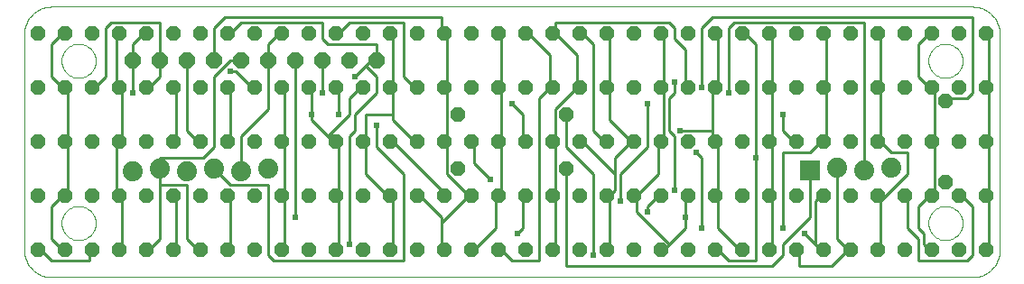
<source format=gtl>
G75*
G70*
%OFA0B0*%
%FSLAX24Y24*%
%IPPOS*%
%LPD*%
%AMOC8*
5,1,8,0,0,1.08239X$1,22.5*
%
%ADD10C,0.0000*%
%ADD11OC8,0.0520*%
%ADD12OC8,0.0600*%
%ADD13R,0.0740X0.0740*%
%ADD14C,0.0740*%
%ADD15C,0.0100*%
%ADD16C,0.0240*%
D10*
X001811Y000100D02*
X035811Y000100D01*
X035871Y000102D01*
X035932Y000107D01*
X035991Y000116D01*
X036050Y000129D01*
X036109Y000145D01*
X036166Y000165D01*
X036221Y000188D01*
X036276Y000215D01*
X036328Y000244D01*
X036379Y000277D01*
X036428Y000313D01*
X036474Y000351D01*
X036518Y000393D01*
X036560Y000437D01*
X036598Y000483D01*
X036634Y000532D01*
X036667Y000583D01*
X036696Y000635D01*
X036723Y000690D01*
X036746Y000745D01*
X036766Y000802D01*
X036782Y000861D01*
X036795Y000920D01*
X036804Y000979D01*
X036809Y001040D01*
X036811Y001100D01*
X036811Y009100D01*
X036809Y009160D01*
X036804Y009221D01*
X036795Y009280D01*
X036782Y009339D01*
X036766Y009398D01*
X036746Y009455D01*
X036723Y009510D01*
X036696Y009565D01*
X036667Y009617D01*
X036634Y009668D01*
X036598Y009717D01*
X036560Y009763D01*
X036518Y009807D01*
X036474Y009849D01*
X036428Y009887D01*
X036379Y009923D01*
X036328Y009956D01*
X036276Y009985D01*
X036221Y010012D01*
X036166Y010035D01*
X036109Y010055D01*
X036050Y010071D01*
X035991Y010084D01*
X035932Y010093D01*
X035871Y010098D01*
X035811Y010100D01*
X001811Y010100D01*
X001751Y010098D01*
X001690Y010093D01*
X001631Y010084D01*
X001572Y010071D01*
X001513Y010055D01*
X001456Y010035D01*
X001401Y010012D01*
X001346Y009985D01*
X001294Y009956D01*
X001243Y009923D01*
X001194Y009887D01*
X001148Y009849D01*
X001104Y009807D01*
X001062Y009763D01*
X001024Y009717D01*
X000988Y009668D01*
X000955Y009617D01*
X000926Y009565D01*
X000899Y009510D01*
X000876Y009455D01*
X000856Y009398D01*
X000840Y009339D01*
X000827Y009280D01*
X000818Y009221D01*
X000813Y009160D01*
X000811Y009100D01*
X000811Y001100D01*
X000813Y001040D01*
X000818Y000979D01*
X000827Y000920D01*
X000840Y000861D01*
X000856Y000802D01*
X000876Y000745D01*
X000899Y000690D01*
X000926Y000635D01*
X000955Y000583D01*
X000988Y000532D01*
X001024Y000483D01*
X001062Y000437D01*
X001104Y000393D01*
X001148Y000351D01*
X001194Y000313D01*
X001243Y000277D01*
X001294Y000244D01*
X001346Y000215D01*
X001401Y000188D01*
X001456Y000165D01*
X001513Y000145D01*
X001572Y000129D01*
X001631Y000116D01*
X001690Y000107D01*
X001751Y000102D01*
X001811Y000100D01*
X002181Y002100D02*
X002183Y002150D01*
X002189Y002200D01*
X002199Y002249D01*
X002213Y002297D01*
X002230Y002344D01*
X002251Y002389D01*
X002276Y002433D01*
X002304Y002474D01*
X002336Y002513D01*
X002370Y002550D01*
X002407Y002584D01*
X002447Y002614D01*
X002489Y002641D01*
X002533Y002665D01*
X002579Y002686D01*
X002626Y002702D01*
X002674Y002715D01*
X002724Y002724D01*
X002773Y002729D01*
X002824Y002730D01*
X002874Y002727D01*
X002923Y002720D01*
X002972Y002709D01*
X003020Y002694D01*
X003066Y002676D01*
X003111Y002654D01*
X003154Y002628D01*
X003195Y002599D01*
X003234Y002567D01*
X003270Y002532D01*
X003302Y002494D01*
X003332Y002454D01*
X003359Y002411D01*
X003382Y002367D01*
X003401Y002321D01*
X003417Y002273D01*
X003429Y002224D01*
X003437Y002175D01*
X003441Y002125D01*
X003441Y002075D01*
X003437Y002025D01*
X003429Y001976D01*
X003417Y001927D01*
X003401Y001879D01*
X003382Y001833D01*
X003359Y001789D01*
X003332Y001746D01*
X003302Y001706D01*
X003270Y001668D01*
X003234Y001633D01*
X003195Y001601D01*
X003154Y001572D01*
X003111Y001546D01*
X003066Y001524D01*
X003020Y001506D01*
X002972Y001491D01*
X002923Y001480D01*
X002874Y001473D01*
X002824Y001470D01*
X002773Y001471D01*
X002724Y001476D01*
X002674Y001485D01*
X002626Y001498D01*
X002579Y001514D01*
X002533Y001535D01*
X002489Y001559D01*
X002447Y001586D01*
X002407Y001616D01*
X002370Y001650D01*
X002336Y001687D01*
X002304Y001726D01*
X002276Y001767D01*
X002251Y001811D01*
X002230Y001856D01*
X002213Y001903D01*
X002199Y001951D01*
X002189Y002000D01*
X002183Y002050D01*
X002181Y002100D01*
X002181Y008100D02*
X002183Y008150D01*
X002189Y008200D01*
X002199Y008249D01*
X002213Y008297D01*
X002230Y008344D01*
X002251Y008389D01*
X002276Y008433D01*
X002304Y008474D01*
X002336Y008513D01*
X002370Y008550D01*
X002407Y008584D01*
X002447Y008614D01*
X002489Y008641D01*
X002533Y008665D01*
X002579Y008686D01*
X002626Y008702D01*
X002674Y008715D01*
X002724Y008724D01*
X002773Y008729D01*
X002824Y008730D01*
X002874Y008727D01*
X002923Y008720D01*
X002972Y008709D01*
X003020Y008694D01*
X003066Y008676D01*
X003111Y008654D01*
X003154Y008628D01*
X003195Y008599D01*
X003234Y008567D01*
X003270Y008532D01*
X003302Y008494D01*
X003332Y008454D01*
X003359Y008411D01*
X003382Y008367D01*
X003401Y008321D01*
X003417Y008273D01*
X003429Y008224D01*
X003437Y008175D01*
X003441Y008125D01*
X003441Y008075D01*
X003437Y008025D01*
X003429Y007976D01*
X003417Y007927D01*
X003401Y007879D01*
X003382Y007833D01*
X003359Y007789D01*
X003332Y007746D01*
X003302Y007706D01*
X003270Y007668D01*
X003234Y007633D01*
X003195Y007601D01*
X003154Y007572D01*
X003111Y007546D01*
X003066Y007524D01*
X003020Y007506D01*
X002972Y007491D01*
X002923Y007480D01*
X002874Y007473D01*
X002824Y007470D01*
X002773Y007471D01*
X002724Y007476D01*
X002674Y007485D01*
X002626Y007498D01*
X002579Y007514D01*
X002533Y007535D01*
X002489Y007559D01*
X002447Y007586D01*
X002407Y007616D01*
X002370Y007650D01*
X002336Y007687D01*
X002304Y007726D01*
X002276Y007767D01*
X002251Y007811D01*
X002230Y007856D01*
X002213Y007903D01*
X002199Y007951D01*
X002189Y008000D01*
X002183Y008050D01*
X002181Y008100D01*
X034181Y008100D02*
X034183Y008150D01*
X034189Y008200D01*
X034199Y008249D01*
X034213Y008297D01*
X034230Y008344D01*
X034251Y008389D01*
X034276Y008433D01*
X034304Y008474D01*
X034336Y008513D01*
X034370Y008550D01*
X034407Y008584D01*
X034447Y008614D01*
X034489Y008641D01*
X034533Y008665D01*
X034579Y008686D01*
X034626Y008702D01*
X034674Y008715D01*
X034724Y008724D01*
X034773Y008729D01*
X034824Y008730D01*
X034874Y008727D01*
X034923Y008720D01*
X034972Y008709D01*
X035020Y008694D01*
X035066Y008676D01*
X035111Y008654D01*
X035154Y008628D01*
X035195Y008599D01*
X035234Y008567D01*
X035270Y008532D01*
X035302Y008494D01*
X035332Y008454D01*
X035359Y008411D01*
X035382Y008367D01*
X035401Y008321D01*
X035417Y008273D01*
X035429Y008224D01*
X035437Y008175D01*
X035441Y008125D01*
X035441Y008075D01*
X035437Y008025D01*
X035429Y007976D01*
X035417Y007927D01*
X035401Y007879D01*
X035382Y007833D01*
X035359Y007789D01*
X035332Y007746D01*
X035302Y007706D01*
X035270Y007668D01*
X035234Y007633D01*
X035195Y007601D01*
X035154Y007572D01*
X035111Y007546D01*
X035066Y007524D01*
X035020Y007506D01*
X034972Y007491D01*
X034923Y007480D01*
X034874Y007473D01*
X034824Y007470D01*
X034773Y007471D01*
X034724Y007476D01*
X034674Y007485D01*
X034626Y007498D01*
X034579Y007514D01*
X034533Y007535D01*
X034489Y007559D01*
X034447Y007586D01*
X034407Y007616D01*
X034370Y007650D01*
X034336Y007687D01*
X034304Y007726D01*
X034276Y007767D01*
X034251Y007811D01*
X034230Y007856D01*
X034213Y007903D01*
X034199Y007951D01*
X034189Y008000D01*
X034183Y008050D01*
X034181Y008100D01*
X034181Y002100D02*
X034183Y002150D01*
X034189Y002200D01*
X034199Y002249D01*
X034213Y002297D01*
X034230Y002344D01*
X034251Y002389D01*
X034276Y002433D01*
X034304Y002474D01*
X034336Y002513D01*
X034370Y002550D01*
X034407Y002584D01*
X034447Y002614D01*
X034489Y002641D01*
X034533Y002665D01*
X034579Y002686D01*
X034626Y002702D01*
X034674Y002715D01*
X034724Y002724D01*
X034773Y002729D01*
X034824Y002730D01*
X034874Y002727D01*
X034923Y002720D01*
X034972Y002709D01*
X035020Y002694D01*
X035066Y002676D01*
X035111Y002654D01*
X035154Y002628D01*
X035195Y002599D01*
X035234Y002567D01*
X035270Y002532D01*
X035302Y002494D01*
X035332Y002454D01*
X035359Y002411D01*
X035382Y002367D01*
X035401Y002321D01*
X035417Y002273D01*
X035429Y002224D01*
X035437Y002175D01*
X035441Y002125D01*
X035441Y002075D01*
X035437Y002025D01*
X035429Y001976D01*
X035417Y001927D01*
X035401Y001879D01*
X035382Y001833D01*
X035359Y001789D01*
X035332Y001746D01*
X035302Y001706D01*
X035270Y001668D01*
X035234Y001633D01*
X035195Y001601D01*
X035154Y001572D01*
X035111Y001546D01*
X035066Y001524D01*
X035020Y001506D01*
X034972Y001491D01*
X034923Y001480D01*
X034874Y001473D01*
X034824Y001470D01*
X034773Y001471D01*
X034724Y001476D01*
X034674Y001485D01*
X034626Y001498D01*
X034579Y001514D01*
X034533Y001535D01*
X034489Y001559D01*
X034447Y001586D01*
X034407Y001616D01*
X034370Y001650D01*
X034336Y001687D01*
X034304Y001726D01*
X034276Y001767D01*
X034251Y001811D01*
X034230Y001856D01*
X034213Y001903D01*
X034199Y001951D01*
X034189Y002000D01*
X034183Y002050D01*
X034181Y002100D01*
D11*
X034311Y001100D03*
X033311Y001100D03*
X032311Y001100D03*
X031311Y001100D03*
X030311Y001100D03*
X029311Y001100D03*
X028311Y001100D03*
X027311Y001100D03*
X026311Y001100D03*
X025311Y001100D03*
X024311Y001100D03*
X023311Y001100D03*
X022311Y001100D03*
X021311Y001100D03*
X020311Y001100D03*
X019311Y001100D03*
X018311Y001100D03*
X017311Y001100D03*
X016311Y001100D03*
X015311Y001100D03*
X014311Y001100D03*
X013311Y001100D03*
X012311Y001100D03*
X011311Y001100D03*
X010311Y001100D03*
X009311Y001100D03*
X008311Y001100D03*
X007311Y001100D03*
X006311Y001100D03*
X005311Y001100D03*
X004311Y001100D03*
X003311Y001100D03*
X002311Y001100D03*
X001311Y001100D03*
X001311Y003100D03*
X002311Y003100D03*
X003311Y003100D03*
X004311Y003100D03*
X005311Y003100D03*
X006311Y003100D03*
X007311Y003100D03*
X008311Y003100D03*
X009311Y003100D03*
X010311Y003100D03*
X011311Y003100D03*
X012311Y003100D03*
X013311Y003100D03*
X014311Y003100D03*
X015311Y003100D03*
X016311Y003100D03*
X017311Y003100D03*
X018311Y003100D03*
X019311Y003100D03*
X020311Y003100D03*
X021311Y003100D03*
X022311Y003100D03*
X023311Y003100D03*
X024311Y003100D03*
X025311Y003100D03*
X026311Y003100D03*
X027311Y003100D03*
X028311Y003100D03*
X029311Y003100D03*
X030311Y003100D03*
X031311Y003100D03*
X032311Y003100D03*
X033311Y003100D03*
X034311Y003100D03*
X035311Y003100D03*
X036311Y003100D03*
X034811Y003600D03*
X035311Y005100D03*
X036311Y005100D03*
X034311Y005100D03*
X033311Y005100D03*
X032311Y005100D03*
X031311Y005100D03*
X030311Y005100D03*
X029311Y005100D03*
X028311Y005100D03*
X027311Y005100D03*
X026311Y005100D03*
X025311Y005100D03*
X024311Y005100D03*
X023311Y005100D03*
X022311Y005100D03*
X021311Y005100D03*
X020311Y005100D03*
X019311Y005100D03*
X018311Y005100D03*
X017311Y005100D03*
X016311Y005100D03*
X015311Y005100D03*
X014311Y005100D03*
X013311Y005100D03*
X012311Y005100D03*
X011311Y005100D03*
X010311Y005100D03*
X009311Y005100D03*
X008311Y005100D03*
X007311Y005100D03*
X006311Y005100D03*
X005311Y005100D03*
X004311Y005100D03*
X003311Y005100D03*
X002311Y005100D03*
X001311Y005100D03*
X001311Y007100D03*
X002311Y007100D03*
X003311Y007100D03*
X004311Y007100D03*
X005311Y007100D03*
X006311Y007100D03*
X007311Y007100D03*
X008311Y007100D03*
X009311Y007100D03*
X010311Y007100D03*
X011311Y007100D03*
X012311Y007100D03*
X013311Y007100D03*
X014311Y007100D03*
X015311Y007100D03*
X016311Y007100D03*
X017311Y007100D03*
X018311Y007100D03*
X019311Y007100D03*
X020311Y007100D03*
X021311Y007100D03*
X022311Y007100D03*
X023311Y007100D03*
X024311Y007100D03*
X025311Y007100D03*
X026311Y007100D03*
X027311Y007100D03*
X028311Y007100D03*
X029311Y007100D03*
X030311Y007100D03*
X031311Y007100D03*
X032311Y007100D03*
X033311Y007100D03*
X034311Y007100D03*
X035311Y007100D03*
X036311Y007100D03*
X034811Y006600D03*
X035311Y009100D03*
X036311Y009100D03*
X034311Y009100D03*
X033311Y009100D03*
X032311Y009100D03*
X031311Y009100D03*
X030311Y009100D03*
X029311Y009100D03*
X028311Y009100D03*
X027311Y009100D03*
X026311Y009100D03*
X025311Y009100D03*
X024311Y009100D03*
X023311Y009100D03*
X022311Y009100D03*
X021311Y009100D03*
X020311Y009100D03*
X019311Y009100D03*
X018311Y009100D03*
X017311Y009100D03*
X016311Y009100D03*
X015311Y009100D03*
X014311Y009100D03*
X013311Y009100D03*
X012311Y009100D03*
X011311Y009100D03*
X010311Y009100D03*
X009311Y009100D03*
X008311Y009100D03*
X007311Y009100D03*
X006311Y009100D03*
X005311Y009100D03*
X004311Y009100D03*
X003311Y009100D03*
X002311Y009100D03*
X001311Y009100D03*
X016811Y006100D03*
X020811Y006100D03*
X020811Y004100D03*
X016811Y004100D03*
X035311Y001100D03*
X036311Y001100D03*
D12*
X013811Y008100D03*
X012811Y008100D03*
X011811Y008100D03*
X010811Y008100D03*
X009811Y008100D03*
X008811Y008100D03*
X007811Y008100D03*
X006811Y008100D03*
X005811Y008100D03*
X004811Y008100D03*
D13*
X029811Y004050D03*
D14*
X030811Y004150D03*
X031811Y004050D03*
X032811Y004150D03*
X009811Y004100D03*
X008811Y004000D03*
X007811Y004100D03*
X006811Y004000D03*
X005811Y004100D03*
X004811Y004000D03*
D15*
X005811Y004100D02*
X005811Y004500D01*
X007411Y004500D01*
X007811Y004900D01*
X007811Y007500D01*
X008411Y008100D01*
X008811Y008100D01*
X007811Y008100D02*
X007811Y009300D01*
X008211Y009700D01*
X016211Y009700D01*
X016211Y009100D01*
X016311Y009100D01*
X016411Y009100D01*
X016411Y007100D01*
X016311Y007100D01*
X016411Y007100D02*
X016411Y005100D01*
X016311Y005100D01*
X016411Y005100D02*
X016411Y003900D01*
X017211Y003100D01*
X017311Y003100D01*
X017211Y003100D02*
X016211Y002100D01*
X016211Y002300D01*
X015411Y003100D01*
X015311Y003100D01*
X016211Y003100D02*
X016211Y003300D01*
X014411Y005100D01*
X014311Y005100D01*
X013811Y004900D02*
X013811Y005700D01*
X014411Y005900D02*
X014411Y006100D01*
X013411Y006100D01*
X013411Y005100D01*
X013311Y005100D01*
X013411Y005100D02*
X013411Y003900D01*
X014211Y003100D01*
X014311Y003100D01*
X014411Y003100D01*
X014411Y001100D01*
X014311Y001100D01*
X014811Y000700D02*
X014811Y003900D01*
X013811Y004900D01*
X013011Y005500D02*
X012811Y005300D01*
X012811Y001300D01*
X012411Y001100D02*
X012311Y001100D01*
X012411Y001100D02*
X012411Y003100D01*
X012311Y003100D01*
X012411Y003100D02*
X012411Y005100D01*
X012311Y005100D01*
X012211Y005100D01*
X012011Y005300D01*
X012811Y006100D01*
X012811Y006700D01*
X013211Y007100D01*
X013311Y007100D01*
X013811Y006900D02*
X013011Y006100D01*
X013011Y005500D01*
X012011Y005300D02*
X011411Y005900D01*
X011411Y006100D01*
X011411Y007100D01*
X011311Y007100D01*
X011811Y006900D02*
X011811Y008100D01*
X010811Y008100D02*
X010811Y002300D01*
X010411Y003100D02*
X010311Y003100D01*
X010411Y003100D02*
X010411Y005100D01*
X010311Y005100D01*
X010411Y005100D02*
X010411Y007100D01*
X010311Y007100D01*
X009311Y007100D02*
X009211Y007100D01*
X008611Y007700D01*
X008411Y007700D01*
X009811Y008100D02*
X009811Y006300D01*
X008811Y005300D01*
X008811Y004000D01*
X008411Y003500D02*
X007811Y004100D01*
X008411Y003500D02*
X009811Y003500D01*
X009811Y000900D01*
X010011Y000700D01*
X014811Y000700D01*
X016211Y001100D02*
X016311Y001100D01*
X016211Y001100D02*
X016211Y002100D01*
X017411Y001100D02*
X018211Y001900D01*
X018211Y003100D01*
X018311Y003100D01*
X018411Y003100D01*
X018411Y005100D01*
X018311Y005100D01*
X018411Y005100D02*
X018411Y007100D01*
X018311Y007100D01*
X018411Y007100D02*
X018411Y009100D01*
X018311Y009100D01*
X019311Y009100D02*
X019411Y009100D01*
X020211Y008300D01*
X020211Y007100D01*
X020311Y007100D01*
X020211Y007100D02*
X019811Y006700D01*
X019811Y000700D01*
X018811Y000700D01*
X018411Y001100D01*
X018311Y001100D01*
X017411Y001100D02*
X017311Y001100D01*
X019011Y001700D02*
X019211Y001900D01*
X019211Y003100D01*
X019311Y003100D01*
X020311Y003100D02*
X020411Y003100D01*
X020411Y005100D01*
X020311Y005100D01*
X020411Y005100D02*
X020411Y006300D01*
X021211Y007100D01*
X021311Y007100D01*
X021211Y007100D02*
X021211Y008300D01*
X020411Y009100D01*
X020311Y009100D01*
X020411Y009100D02*
X020411Y009500D01*
X024611Y009500D01*
X024811Y009300D01*
X024811Y008900D01*
X025211Y008500D01*
X025211Y007100D01*
X025311Y007100D01*
X025811Y007100D02*
X025811Y009300D01*
X026211Y009700D01*
X035811Y009700D01*
X035811Y006900D01*
X035611Y006700D01*
X034811Y006700D01*
X034811Y006600D01*
X034411Y007100D02*
X034311Y007100D01*
X034211Y007100D01*
X033811Y007500D01*
X033811Y008700D01*
X034211Y009100D01*
X034311Y009100D01*
X032411Y009100D02*
X032311Y009100D01*
X032411Y009100D02*
X032411Y007100D01*
X032311Y007100D01*
X032411Y007100D02*
X032411Y005100D01*
X032311Y005100D01*
X032411Y005100D02*
X032811Y004700D01*
X033411Y004700D01*
X033411Y003900D01*
X032411Y002900D01*
X032311Y003100D01*
X032411Y003100D01*
X032411Y002900D01*
X032411Y001100D01*
X032311Y001100D01*
X031311Y001100D02*
X031211Y001100D01*
X030611Y000500D01*
X029411Y000500D01*
X029411Y001100D01*
X029311Y001100D01*
X028811Y000900D02*
X028411Y000500D01*
X020811Y000500D01*
X020811Y004100D01*
X020811Y004900D02*
X021811Y003900D01*
X021811Y000900D01*
X022311Y001100D02*
X022411Y001100D01*
X022411Y003100D01*
X022311Y003100D01*
X022411Y003100D02*
X022611Y003300D01*
X022611Y003900D01*
X021411Y005100D01*
X021311Y005100D01*
X020811Y004900D02*
X020811Y006100D01*
X019211Y006100D02*
X019211Y005100D01*
X019311Y005100D01*
X017411Y005100D02*
X017311Y005100D01*
X017411Y005100D02*
X017411Y004300D01*
X018011Y003700D01*
X016311Y003100D02*
X016211Y003100D01*
X020411Y003100D02*
X020411Y001100D01*
X020311Y001100D01*
X024311Y001100D02*
X024411Y001100D01*
X024611Y001300D01*
X023411Y002500D01*
X023411Y003100D01*
X023311Y003100D01*
X023411Y003100D02*
X024211Y003900D01*
X024211Y005100D01*
X024311Y005100D01*
X024411Y005100D01*
X024411Y007100D01*
X024311Y007100D01*
X024411Y007100D02*
X024411Y009100D01*
X024311Y009100D01*
X022411Y009100D02*
X022311Y009100D01*
X022411Y009100D02*
X022411Y007100D01*
X022311Y007100D01*
X022411Y007100D02*
X022411Y005900D01*
X023211Y005100D01*
X023311Y005100D01*
X023211Y005100D02*
X022611Y004500D01*
X022611Y003900D01*
X022811Y003900D02*
X023811Y004900D01*
X023811Y006500D01*
X024611Y006700D02*
X024811Y006900D01*
X024811Y007300D01*
X026211Y007100D02*
X026311Y007100D01*
X026411Y007100D01*
X026411Y009100D01*
X026311Y009100D01*
X026811Y009300D02*
X027011Y009500D01*
X031811Y009500D01*
X031811Y004050D01*
X030811Y004150D02*
X030811Y001500D01*
X031211Y001100D01*
X030311Y001100D02*
X030211Y001100D01*
X030011Y001300D01*
X030011Y002900D01*
X030211Y003100D01*
X030311Y003100D01*
X028411Y003100D02*
X028311Y003100D01*
X028411Y003100D02*
X028411Y005100D01*
X028311Y005100D01*
X028411Y005100D02*
X028411Y007100D01*
X028311Y007100D01*
X028411Y007100D02*
X028411Y009100D01*
X028311Y009100D01*
X027811Y008700D02*
X027411Y009100D01*
X027311Y009100D01*
X026811Y009300D02*
X026811Y006900D01*
X026211Y007100D02*
X026211Y005500D01*
X026211Y005100D01*
X026311Y005100D01*
X026411Y005100D01*
X026411Y003100D01*
X026311Y003100D01*
X026411Y003100D02*
X026411Y001900D01*
X027211Y001100D01*
X027311Y001100D01*
X026811Y000700D02*
X026411Y001100D01*
X026311Y001100D01*
X026811Y000700D02*
X027811Y000700D01*
X027811Y004500D01*
X027811Y008700D01*
X030311Y009100D02*
X030411Y009100D01*
X030411Y007100D01*
X030311Y007100D01*
X030411Y007100D02*
X030411Y005100D01*
X030311Y005100D01*
X030211Y005100D01*
X029811Y004700D01*
X028811Y004700D01*
X028811Y001900D01*
X029611Y001700D02*
X030011Y001300D01*
X029811Y002300D02*
X028811Y001300D01*
X028811Y000900D01*
X028411Y001100D02*
X028311Y001100D01*
X028411Y001100D02*
X028411Y003100D01*
X029811Y002300D02*
X029811Y004050D01*
X033311Y003100D02*
X033411Y003100D01*
X033411Y001900D01*
X033811Y001500D01*
X033811Y000700D01*
X035611Y000700D01*
X035811Y000900D01*
X035811Y002700D01*
X035411Y003100D01*
X035311Y003100D01*
X034411Y003100D02*
X034311Y003100D01*
X034211Y003100D01*
X033811Y002700D01*
X033811Y001900D01*
X034011Y001700D01*
X034011Y001300D01*
X034211Y001100D01*
X034311Y001100D01*
X036311Y001100D02*
X036411Y001100D01*
X036411Y003100D01*
X036311Y003100D01*
X036411Y003100D02*
X036411Y005100D01*
X036311Y005100D01*
X036411Y005100D02*
X036411Y007100D01*
X036311Y007100D01*
X036411Y007100D02*
X036411Y009100D01*
X036311Y009100D01*
X034411Y007100D02*
X034411Y005100D01*
X034311Y005100D01*
X034411Y005100D02*
X034411Y003100D01*
X029311Y005100D02*
X029211Y005100D01*
X028811Y005500D01*
X028811Y006100D01*
X026211Y005500D02*
X025011Y005500D01*
X024811Y005300D02*
X024611Y005500D01*
X024611Y006700D01*
X022211Y005100D02*
X021811Y005500D01*
X021811Y008700D01*
X021411Y009100D01*
X021311Y009100D01*
X015211Y007100D02*
X014811Y007500D01*
X014811Y009500D01*
X012811Y009500D01*
X012411Y009100D01*
X012311Y009100D01*
X012011Y008700D02*
X011811Y008900D01*
X011811Y009500D01*
X008811Y009500D01*
X008411Y009100D01*
X008311Y009100D01*
X009811Y008700D02*
X009811Y008100D01*
X009811Y008700D02*
X010211Y009100D01*
X010311Y009100D01*
X012011Y008700D02*
X013811Y008700D01*
X013811Y008300D01*
X013811Y008100D01*
X013811Y008300D02*
X013411Y007900D01*
X013811Y007500D01*
X013811Y006900D01*
X014311Y007100D02*
X014411Y007100D01*
X014411Y006100D01*
X014411Y005900D02*
X015211Y005100D01*
X015311Y005100D01*
X012411Y006100D02*
X012411Y007100D01*
X012311Y007100D01*
X013011Y007500D02*
X013411Y007900D01*
X014411Y007100D02*
X014411Y009100D01*
X014311Y009100D01*
X015211Y007100D02*
X015311Y007100D01*
X018811Y006500D02*
X019211Y006100D01*
X022211Y005100D02*
X022311Y005100D01*
X024811Y005300D02*
X024811Y003300D01*
X025211Y003100D02*
X025311Y003100D01*
X025211Y003100D02*
X025211Y002300D01*
X025211Y001900D01*
X024611Y001300D01*
X025811Y001900D02*
X025811Y004500D01*
X025611Y004700D01*
X022811Y003900D02*
X022811Y002900D01*
X023811Y002700D02*
X023811Y002500D01*
X023811Y002700D02*
X024211Y003100D01*
X024311Y003100D01*
X010411Y003100D02*
X010411Y001100D01*
X010311Y001100D01*
X008411Y001100D02*
X008311Y001100D01*
X008411Y001100D02*
X008411Y003100D01*
X008311Y003100D01*
X006811Y003500D02*
X006811Y001500D01*
X007211Y001100D01*
X007311Y001100D01*
X006411Y001100D02*
X006311Y001100D01*
X006411Y001100D02*
X006411Y003100D01*
X006311Y003100D01*
X006811Y003500D02*
X005811Y003500D01*
X005811Y001500D01*
X005411Y001100D01*
X005311Y001100D01*
X004411Y001100D02*
X004311Y001100D01*
X004411Y001100D02*
X004411Y003100D01*
X004311Y003100D01*
X004211Y003100D01*
X004211Y005100D01*
X004311Y005100D01*
X004411Y005100D01*
X004411Y007100D01*
X004311Y007100D01*
X004211Y007100D01*
X004211Y009100D01*
X004311Y009100D01*
X004011Y009500D02*
X003811Y009300D01*
X003811Y007500D01*
X003411Y007100D01*
X003311Y007100D01*
X002411Y007100D02*
X002311Y007100D01*
X002211Y007100D01*
X001811Y007500D01*
X001811Y008700D01*
X002211Y009100D01*
X002311Y009100D01*
X004011Y009500D02*
X005811Y009500D01*
X005811Y008100D01*
X005811Y007500D01*
X005411Y007100D01*
X005311Y007100D01*
X004811Y006900D02*
X004811Y008100D01*
X004811Y008700D01*
X005211Y009100D01*
X005311Y009100D01*
X006811Y008100D02*
X006811Y005500D01*
X007211Y005100D01*
X007311Y005100D01*
X006411Y005100D02*
X006311Y005100D01*
X006411Y005100D02*
X006411Y007100D01*
X006311Y007100D01*
X008311Y007100D02*
X008411Y007100D01*
X008411Y005100D01*
X008311Y005100D01*
X005811Y004100D02*
X005811Y003500D01*
X002411Y003100D02*
X002311Y003100D01*
X002211Y003100D01*
X001811Y002700D01*
X001811Y001500D01*
X002211Y001100D01*
X002311Y001100D01*
X003211Y001100D02*
X003311Y001100D01*
X003211Y001100D02*
X003211Y000700D01*
X001811Y000700D01*
X001411Y001100D01*
X001311Y001100D01*
X002411Y003100D02*
X002411Y005100D01*
X002311Y005100D01*
X002411Y005100D02*
X002411Y007100D01*
D16*
X004811Y006900D03*
X008411Y007700D03*
X011811Y006900D03*
X013011Y007500D03*
X012411Y006100D03*
X011411Y006100D03*
X013811Y005700D03*
X018811Y006500D03*
X023811Y006500D03*
X025811Y007100D03*
X024811Y007300D03*
X026811Y006900D03*
X028811Y006100D03*
X025011Y005500D03*
X025611Y004700D03*
X027811Y004500D03*
X024811Y003300D03*
X022811Y002900D03*
X023811Y002500D03*
X025211Y002300D03*
X025811Y001900D03*
X028811Y001900D03*
X029611Y001700D03*
X021811Y000900D03*
X019011Y001700D03*
X012811Y001300D03*
X010811Y002300D03*
X018011Y003700D03*
M02*

</source>
